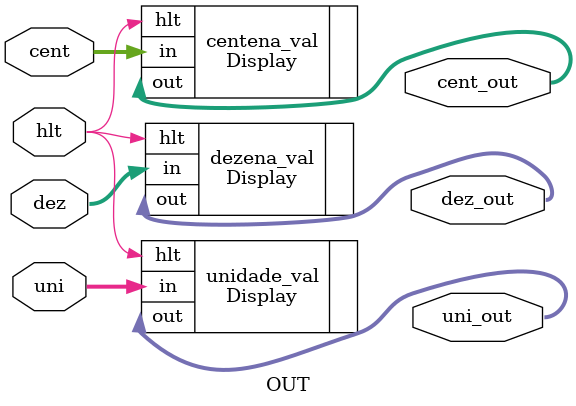
<source format=v>
module OUT (cent, 
			   dez, 
			   uni, 
			   hlt, 
			   cent_out, 
			   dez_out, 
			   uni_out);

	input hlt;
	input [3:0] cent, dez, uni;
	output [6:0] cent_out, dez_out, uni_out;
	
	Display centena_val(.in(cent), .out(cent_out), .hlt(hlt));
	Display dezena_val(.in(dez), .out(dez_out), .hlt(hlt));
	Display unidade_val(.in(uni), .out(uni_out), .hlt(hlt));

endmodule 
</source>
